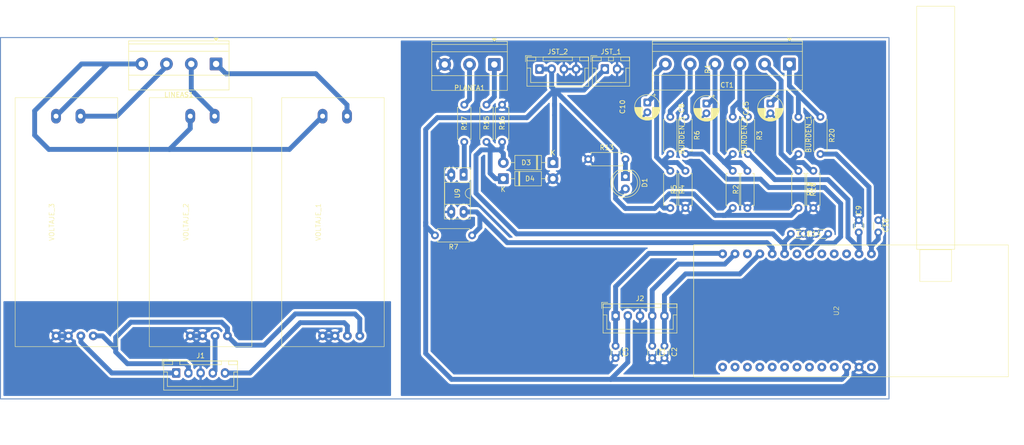
<source format=kicad_pcb>
(kicad_pcb (version 20241229) (generator "pcbnew") (generator_version "9.0")
  (layers (0 "F.Cu" signal) (2 "B.Cu" signal) (13 "F.Paste" user) (15 "B.Paste" user) (5 "F.SilkS" user "F.Silkscreen") (7 "B.SilkS" user "B.Silkscreen") (1 "F.Mask" user) (3 "B.Mask" user) (25 "Edge.Cuts" user))
  (net 0 "")
  (net 1 "CT_DOWN_1")
  (net 2 "CT_UP_1")
  (net 3 "CT_DOWN_2")
  (net 4 "CT_UP_2")
  (net 5 "CT_UP_3")
  (net 6 "CT_DOWN_3")
  (net 11 "GND")
  (net 12 "VOLTAGE1")
  (net 14 "VOLTAGE3")
  (net 17 "VOLTAGE2")
  (net 18 "CURRENT2")
  (net 23 "CURRENT3")
  (net 25 "NIVEL_BATERIA")
  (net 27 "CURRENT1")
  (net 31 "3.3V")
  (net 32 "Net-(D1-K)")
  (net 33 "LINEA3")
  (net 34 "LINEA1")
  (net 35 "NUETRO")
  (net 36 "LINEA2")
  (net 37 "PLANTA_ON_E")
  (net 38 "BATERIA")
  (net 39 "Net-(R17-Pad2)")
  (net 40 "PLANTA_ON")
  (net 41 "VOLTAGE2_PA")
  (net 42 "GND1")
  (net 43 "VOLTAGE1_PA")
  (net 44 "3.3V_PA")
  (net 45 "VOLTAGE3_PA")
  (footprint "Capacitor_THT:CP_Radial_D5.0mm_P2.00mm" (layer "F.Cu") (at 250.5 73.3 -90)
    (property "Reference" "C10" (at 0.88 5.085975 90) (layer "F.SilkS"))
    (property "Value" "10uF")
    (pad "1" thru_hole roundrect (at 0 0 270) (size 1.6 1.6) (drill 0.8) (layers "*.Cu" "*.Mask") (roundrect_rratio 0.15625) (net 6 "CT_DOWN_3"))
    (pad "2" thru_hole circle (at 2 0 270) (size 1.6 1.6) (drill 0.8) (layers "*.Cu" "*.Mask") (net 11 "GND"))
  )
  (footprint "Connector_JST:JST_XH_B5B-XH-A_1x05_P2.50mm_Vertical" (layer "F.Cu") (at 244 117)
    (property "Reference" "J2" (at 5 -3.55 0) (layer "F.SilkS"))
    (property "Value" "JST_PLACA_PRINCIPAL")
    (pad "1" thru_hole roundrect (at 0 0) (size 1.7 1.95) (drill 0.95) (layers "*.Cu" "*.Mask") (roundrect_rratio 0.147059) (net 14 "VOLTAGE3"))
    (pad "2" thru_hole oval (at 2.5 0) (size 1.7 1.95) (drill 0.95) (layers "*.Cu" "*.Mask") (net 31 "3.3V"))
    (pad "3" thru_hole oval (at 5 0) (size 1.7 1.95) (drill 0.95) (layers "*.Cu" "*.Mask") (net 11 "GND"))
    (pad "4" thru_hole oval (at 7.5 0) (size 1.7 1.95) (drill 0.95) (layers "*.Cu" "*.Mask") (net 17 "VOLTAGE2"))
    (pad "5" thru_hole oval (at 10 0) (size 1.7 1.95) (drill 0.95) (layers "*.Cu" "*.Mask") (net 12 "VOLTAGE1"))
  )
  (footprint "Capacitor_THT:C_Disc_D3.0mm_W1.6mm_P2.50mm" (layer "F.Cu") (at 293.8 97.4 -90)
    (property "Reference" "C9" (at -2.05 0 90) (layer "F.SilkS"))
    (property "Value" "100nF")
    (pad "1" thru_hole circle (at 0 0 270) (size 1.6 1.6) (drill 0.8) (layers "*.Cu" "*.Mask") (net 11 "GND"))
    (pad "2" thru_hole circle (at 2.5 0 270) (size 1.6 1.6) (drill 0.8) (layers "*.Cu" "*.Mask") (net 18 "CURRENT2"))
  )
  (footprint "Connector_JST:JST_XH_B4B-XH-A_1x04_P2.50mm_Vertical" (layer "F.Cu") (at 228.4 66.45)
    (property "Reference" "JST_2" (at 3.75 -3.55 0) (layer "F.SilkS"))
    (property "Value" "Conn_01x04")
    (pad "1" thru_hole roundrect (at 0 0) (size 1.7 1.95) (drill 0.95) (layers "*.Cu" "*.Mask") (roundrect_rratio 0.147059) (net 31 "3.3V"))
    (pad "2" thru_hole oval (at 2.5 0) (size 1.7 1.95) (drill 0.95) (layers "*.Cu" "*.Mask") (net 31 "3.3V"))
    (pad "3" thru_hole oval (at 5 0) (size 1.7 1.95) (drill 0.95) (layers "*.Cu" "*.Mask") (net 11 "GND"))
    (pad "4" thru_hole oval (at 7.5 0) (size 1.7 1.95) (drill 0.95) (layers "*.Cu" "*.Mask") (net 11 "GND"))
  )
  (footprint "Connector_JST:JST_XH_B5B-XH-A_1x05_P2.50mm_Vertical" (layer "F.Cu") (at 153.99 128.7)
    (property "Reference" "J1" (at 5 -3.55 0) (layer "F.SilkS"))
    (property "Value" "JST_PLACA_ALTERNA")
    (pad "1" thru_hole roundrect (at 0 0) (size 1.7 1.95) (drill 0.95) (layers "*.Cu" "*.Mask") (roundrect_rratio 0.147059) (net 45 "VOLTAGE3_PA"))
    (pad "2" thru_hole oval (at 2.5 0) (size 1.7 1.95) (drill 0.95) (layers "*.Cu" "*.Mask") (net 44 "3.3V_PA"))
    (pad "3" thru_hole oval (at 5 0) (size 1.7 1.95) (drill 0.95) (layers "*.Cu" "*.Mask") (net 42 "GND1"))
    (pad "4" thru_hole oval (at 7.5 0) (size 1.7 1.95) (drill 0.95) (layers "*.Cu" "*.Mask") (net 41 "VOLTAGE2_PA"))
    (pad "5" thru_hole oval (at 10 0) (size 1.7 1.95) (drill 0.95) (layers "*.Cu" "*.Mask") (net 43 "VOLTAGE1_PA"))
  )
  (footprint "ZMPT101B:ZMPT101B" (layer "F.Cu") (at 133 112.3 90)
    (property "Reference" "VOLTAJE_3" (at 14.5 -4.5 90) (layer "F.SilkS") (effects (font (thickness 0.1))))
    (property "Value" "zmpt101b")
    (pad "1" thru_hole oval (at 36.2 1.38 90) (size 3 2) (drill 1) (layers "*.Cu" "*.Mask") (net 33 "LINEA3"))
    (pad "2" thru_hole oval (at 36.2 -3.62 90) (size 3 2) (drill 1) (layers "*.Cu" "*.Mask") (net 35 "NUETRO"))
    (pad "3" thru_hole circle (at -8.8 -3.62 90) (size 1.8 1.8) (drill 0.8) (layers "*.Cu" "*.Mask") (net 42 "GND1"))
    (pad "4" thru_hole circle (at -8.8 -1.08 90) (size 1.8 1.8) (drill 0.8) (layers "*.Cu" "*.Mask") (net 42 "GND1"))
    (pad "5" thru_hole circle (at -8.8 4 90) (size 1.8 1.8) (drill 0.8) (layers "*.Cu" "*.Mask") (net 44 "3.3V_PA"))
    (pad "6" thru_hole circle (at -8.8 1.46 90) (size 1.8 1.8) (drill 0.8) (layers "*.Cu" "*.Mask") (net 45 "VOLTAGE3_PA"))
  )
  (footprint "Resistor_THT:R_Axial_DIN0207_L6.3mm_D2.5mm_P7.62mm_Horizontal" (layer "F.Cu") (at 281.445975 87.29 -90)
    (property "Reference" "R19" (at 3.7 -2.3 90) (layer "F.SilkS"))
    (property "Value" "10k")
    (pad "1" thru_hole circle (at 0 0 270) (size 1.6 1.6) (drill 0.8) (layers "*.Cu" "*.Mask") (net 1 "CT_DOWN_1"))
    (pad "2" thru_hole circle (at 7.62 0 270) (size 1.6 1.6) (drill 0.8) (layers "*.Cu" "*.Mask") (net 31 "3.3V"))
  )
  (footprint "ttgo_lora32:ttgo_lora32" (layer "F.Cu") (at 267.99 117.975 90)
    (property "Reference" "U2" (at 2 21.235 90) (layer "F.SilkS") (effects (font (thickness 0.1))))
    (property "Value" "~")
    (pad "1" thru_hole circle (at -9.525 -2.07 90) (size 1.8 1.8) (drill 0.8) (layers "*.Cu" "*.Mask"))
    (pad "2" thru_hole circle (at -9.525 0.47 90) (size 1.8 1.8) (drill 0.8) (layers "*.Cu" "*.Mask"))
    (pad "3" thru_hole circle (at -9.525 3.01 90) (size 1.8 1.8) (drill 0.8) (layers "*.Cu" "*.Mask"))
    (pad "4" thru_hole circle (at -9.525 5.55 90) (size 1.8 1.8) (drill 0.8) (layers "*.Cu" "*.Mask"))
    (pad "5" thru_hole circle (at -9.525 8.09 90) (size 1.8 1.8) (drill 0.8) (layers "*.Cu" "*.Mask"))
    (pad "6" thru_hole circle (at -9.525 10.63 90) (size 1.8 1.8) (drill 0.8) (layers "*.Cu" "*.Mask"))
    (pad "7" thru_hole circle (at -9.525 13.17 90) (size 1.8 1.8) (drill 0.8) (layers "*.Cu" "*.Mask"))
    (pad "8" thru_hole circle (at -9.525 15.71 90) (size 1.8 1.8) (drill 0.8) (layers "*.Cu" "*.Mask"))
    (pad "9" thru_hole circle (at -9.525 18.25 90) (size 1.8 1.8) (drill 0.8) (layers "*.Cu" "*.Mask"))
    (pad "10" thru_hole circle (at -9.525 20.79 90) (size 1.8 1.8) (drill 0.8) (layers "*.Cu" "*.Mask"))
    (pad "11" thru_hole circle (at -9.525 23.33 90) (size 1.8 1.8) (drill 0.8) (layers "*.Cu" "*.Mask") (net 31 "3.3V"))
    (pad "12" thru_hole circle (at -9.525 25.87 90) (size 1.8 1.8) (drill 0.8) (layers "*.Cu" "*.Mask") (net 11 "GND"))
    (pad "13" thru_hole circle (at -9.525 28.41 90) (size 1.8 1.8) (drill 0.8) (layers "*.Cu" "*.Mask"))
    (pad "14" thru_hole circle (at 13.675 -2.07 90) (size 1.8 1.8) (drill 0.8) (layers "*.Cu" "*.Mask") (net 14 "VOLTAGE3"))
    (pad "15" thru_hole circle (at 13.675 0.47 90) (size 1.8 1.8) (drill 0.8) (layers "*.Cu" "*.Mask") (net 17 "VOLTAGE2"))
    (pad "16" thru_hole circle (at 13.675 3.01 90) (size 1.8 1.8) (drill 0.8) (layers "*.Cu" "*.Mask"))
    (pad "17" thru_hole circle (at 13.675 5.55 90) (size 1.8 1.8) (drill 0.8) (layers "*.Cu" "*.Mask") (net 12 "VOLTAGE1"))
    (pad "18" thru_hole circle (at 13.675 8.09 90) (size 1.8 1.8) (drill 0.8) (layers "*.Cu" "*.Mask") (net 40 "PLANTA_ON"))
    (pad "19" thru_hole circle (at 13.675 10.63 90) (size 1.8 1.8) (drill 0.8) (layers "*.Cu" "*.Mask") (net 25 "NIVEL_BATERIA"))
    (pad "20" thru_hole circle (at 13.675 13.17 90) (size 1.8 1.8) (drill 0.8) (layers "*.Cu" "*.Mask"))
    (pad "21" thru_hole circle (at 13.675 15.71 90) (size 1.8 1.8) (drill 0.8) (layers "*.Cu" "*.Mask") (net 23 "CURRENT3"))
    (pad "22" thru_hole circle (at 13.675 18.25 90) (size 1.8 1.8) (drill 0.8) (layers "*.Cu" "*.Mask"))
    (pad "23" thru_hole circle (at 13.675 20.79 90) (size 1.8 1.8) (drill 0.8) (layers "*.Cu" "*.Mask"))
    (pad "24" thru_hole circle (at 13.675 23.33 90) (size 1.8 1.8) (drill 0.8) (layers "*.Cu" "*.Mask"))
    (pad "25" thru_hole circle (at 13.675 25.87 90) (size 1.8 1.8) (drill 0.8) (layers "*.Cu" "*.Mask") (net 18 "CURRENT2"))
    (pad "26" thru_hole circle (at 13.675 28.41 90) (size 1.8 1.8) (drill 0.8) (layers "*.Cu" "*.Mask") (net 27 "CURRENT1"))
  )
  (footprint "Package_DIP:DIP-4_W7.62mm_Socket_LongPads" (layer "F.Cu") (at 212.87 88.09 -90)
    (property "Reference" "U9" (at 3.81 1.27 90) (layer "F.SilkS"))
    (property "Value" "PC817")
    (pad "1" thru_hole roundrect (at 0 0 270) (size 2.4 1.6) (drill 0.8) (layers "*.Cu" "*.Mask") (roundrect_rratio 0.15625) (net 39 "Net-(R17-Pad2)"))
    (pad "2" thru_hole oval (at 0 2.54 270) (size 2.4 1.6) (drill 0.8) (layers "*.Cu" "*.Mask") (net 11 "GND"))
    (pad "3" thru_hole oval (at 7.62 2.54 270) (size 2.4 1.6) (drill 0.8) (layers "*.Cu" "*.Mask") (net 11 "GND"))
    (pad "4" thru_hole oval (at 7.62 0 270) (size 2.4 1.6) (drill 0.8) (layers "*.Cu" "*.Mask") (net 40 "PLANTA_ON"))
  )
  (footprint "Resistor_THT:R_Axial_DIN0207_L6.3mm_D2.5mm_P7.62mm_Horizontal" (layer "F.Cu") (at 271.1 76.2375 -90)
    (property "Reference" "R3" (at 3.81 -2.37 90) (layer "F.SilkS"))
    (property "Value" "1k")
    (pad "1" thru_hole circle (at 0 0 270) (size 1.6 1.6) (drill 0.8) (layers "*.Cu" "*.Mask") (net 4 "CT_UP_2"))
    (pad "2" thru_hole circle (at 7.62 0 270) (size 1.6 1.6) (drill 0.8) (layers "*.Cu" "*.Mask") (net 18 "CURRENT2"))
  )
  (footprint "Resistor_THT:R_Axial_DIN0207_L6.3mm_D2.5mm_P7.62mm_Horizontal" (layer "F.Cu") (at 258.3 94.91 90)
    (property "Reference" "R5" (at 3.81 -2.37 90) (layer "F.SilkS"))
    (property "Value" "10k")
    (pad "1" thru_hole circle (at 0 0 90) (size 1.6 1.6) (drill 0.8) (layers "*.Cu" "*.Mask") (net 11 "GND"))
    (pad "2" thru_hole circle (at 7.62 0 90) (size 1.6 1.6) (drill 0.8) (layers "*.Cu" "*.Mask") (net 6 "CT_DOWN_3"))
  )
  (footprint "ZMPT101B:ZMPT101B" (layer "F.Cu") (at 187.6 112.3 90)
    (property "Reference" "VOLTAJE_1" (at 14.5 -4.5 90) (layer "F.SilkS") (effects (font (thickness 0.1))))
    (property "Value" "zmpt101b")
    (pad "1" thru_hole oval (at 36.2 1.38 90) (size 3 2) (drill 1) (layers "*.Cu" "*.Mask") (net 34 "LINEA1"))
    (pad "2" thru_hole oval (at 36.2 -3.62 90) (size 3 2) (drill 1) (layers "*.Cu" "*.Mask") (net 35 "NUETRO"))
    (pad "3" thru_hole circle (at -8.8 -3.62 90) (size 1.8 1.8) (drill 0.8) (layers "*.Cu" "*.Mask") (net 42 "GND1"))
    (pad "4" thru_hole circle (at -8.8 -1.08 90) (size 1.8 1.8) (drill 0.8) (layers "*.Cu" "*.Mask") (net 42 "GND1"))
    (pad "5" thru_hole circle (at -8.8 4 90) (size 1.8 1.8) (drill 0.8) (layers "*.Cu" "*.Mask") (net 44 "3.3V_PA"))
    (pad "6" thru_hole circle (at -8.8 1.46 90) (size 1.8 1.8) (drill 0.8) (layers "*.Cu" "*.Mask") (net 43 "VOLTAGE1_PA"))
  )
  (footprint "Resistor_THT:R_Axial_DIN0207_L6.3mm_D2.5mm_P7.62mm_Horizontal" (layer "F.Cu") (at 281.445975 76.2375 -90)
    (property "Reference" "BURDEN_1" (at 3.5 -2.1 90) (layer "F.SilkS"))
    (property "Value" "20")
    (pad "1" thru_hole circle (at 0 0 270) (size 1.6 1.6) (drill 0.8) (layers "*.Cu" "*.Mask") (net 2 "CT_UP_1"))
    (pad "2" thru_hole circle (at 7.62 0 270) (size 1.6 1.6) (drill 0.8) (layers "*.Cu" "*.Mask") (net 1 "CT_DOWN_1"))
  )
  (footprint "Resistor_THT:R_Axial_DIN0207_L6.3mm_D2.5mm_P7.62mm_Horizontal" (layer "F.Cu") (at 268 87.29 -90)
    (property "Reference" "R1" (at -20.88 5.13 90) (layer "F.SilkS"))
    (property "Value" "10k")
    (pad "1" thru_hole circle (at 0 0 270) (size 1.6 1.6) (drill 0.8) (layers "*.Cu" "*.Mask") (net 3 "CT_DOWN_2"))
    (pad "2" thru_hole circle (at 7.62 0 270) (size 1.6 1.6) (drill 0.8) (layers "*.Cu" "*.Mask") (net 31 "3.3V"))
  )
  (footprint "Resistor_THT:R_Axial_DIN0207_L6.3mm_D2.5mm_P7.62mm_Horizontal" (layer "F.Cu") (at 217.55 73.75 -90)
    (property "Reference" "R15" (at 3.71 0 90) (layer "F.SilkS"))
    (property "Value" "10k")
    (pad "1" thru_hole circle (at 0 0 270) (size 1.6 1.6) (drill 0.8) (layers "*.Cu" "*.Mask") (net 38 "BATERIA"))
    (pad "2" thru_hole circle (at 7.62 0 270) (size 1.6 1.6) (drill 0.8) (layers "*.Cu" "*.Mask") (net 25 "NIVEL_BATERIA"))
  )
  (footprint "Resistor_THT:R_Axial_DIN0207_L6.3mm_D2.5mm_P7.62mm_Horizontal" (layer "F.Cu") (at 220.75 81.37 90)
    (property "Reference" "R16" (at 3.88 0 90) (layer "F.SilkS"))
    (property "Value" "3.3k")
    (pad "1" thru_hole circle (at 0 0 90) (size 1.6 1.6) (drill 0.8) (layers "*.Cu" "*.Mask") (net 25 "NIVEL_BATERIA"))
    (pad "2" thru_hole circle (at 7.62 0 90) (size 1.6 1.6) (drill 0.8) (layers "*.Cu" "*.Mask") (net 11 "GND"))
  )
  (footprint "Connector_JST:JST_XH_B2B-XH-A_1x02_P2.50mm_Vertical" (layer "F.Cu") (at 241.8 66.45)
    (property "Reference" "JST_1" (at 1.25 -3.55 0) (layer "F.SilkS"))
    (property "Value" "Conn_01x02")
    (pad "1" thru_hole roundrect (at 0 0) (size 1.7 2) (drill 1) (layers "*.Cu" "*.Mask") (roundrect_rratio 0.147059) (net 31 "3.3V"))
    (pad "2" thru_hole oval (at 2.5 0) (size 1.7 2) (drill 1) (layers "*.Cu" "*.Mask") (net 11 "GND"))
  )
  (footprint "Capacitor_THT:C_Disc_D3.0mm_W1.6mm_P2.50mm" (layer "F.Cu") (at 285.05 100.2)
    (property "Reference" "C11" (at -2.45 0 0) (layer "F.SilkS"))
    (property "Value" "100nF")
    (pad "1" thru_hole circle (at 0 0) (size 1.6 1.6) (drill 0.8) (layers "*.Cu" "*.Mask") (net 11 "GND"))
    (pad "2" thru_hole circle (at 2.5 0) (size 1.6 1.6) (drill 0.8) (layers "*.Cu" "*.Mask") (net 23 "CURRENT3"))
  )
  (footprint "Capacitor_THT:C_Disc_D3.0mm_W1.6mm_P2.50mm" (layer "F.Cu") (at 282.4 100.2 180)
    (property "Reference" "C14" (at -2.25 0 0) (layer "F.SilkS"))
    (property "Value" "100nF")
    (pad "1" thru_hole circle (at 0 0 180) (size 1.6 1.6) (drill 0.8) (layers "*.Cu" "*.Mask") (net 11 "GND"))
    (pad "2" thru_hole circle (at 2.5 0 180) (size 1.6 1.6) (drill 0.8) (layers "*.Cu" "*.Mask") (net 25 "NIVEL_BATERIA"))
  )
  (footprint "Resistor_THT:R_Axial_DIN0207_L6.3mm_D2.5mm_P7.62mm_Horizontal" (layer "F.Cu") (at 284.5 94.91 90)
    (property "Reference" "R18" (at 3.81 -0.02 90) (layer "F.SilkS"))
    (property "Value" "10k")
    (pad "1" thru_hole circle (at 0 0 90) (size 1.6 1.6) (drill 0.8) (layers "*.Cu" "*.Mask") (net 11 "GND"))
    (pad "2" thru_hole circle (at 7.62 0 90) (size 1.6 1.6) (drill 0.8) (layers "*.Cu" "*.Mask") (net 1 "CT_DOWN_1"))
  )
  (footprint "TerminalBlock_Phoenix:TerminalBlock_Phoenix_MKDS-1,5-4-5.08_1x04_P5.08mm_Horizontal" (layer "F.Cu") (at 162.16 65.4 180)
    (property "Reference" "LINEAS1" (at 7.62 -6.32 0) (layer "F.SilkS"))
    (property "Value" "Screw_Terminal_01x04")
    (pad "1" thru_hole roundrect (at 0 0 180) (size 2.6 2.6) (drill 1.3) (layers "*.Cu" "*.Mask") (roundrect_rratio 0.096154) (net 34 "LINEA1"))
    (pad "2" thru_hole circle (at 5.08 0 180) (size 2.6 2.6) (drill 1.3) (layers "*.Cu" "*.Mask") (net 36 "LINEA2"))
    (pad "3" thru_hole circle (at 10.16 0 180) (size 2.6 2.6) (drill 1.3) (layers "*.Cu" "*.Mask") (net 33 "LINEA3"))
    (pad "4" thru_hole circle (at 15.24 0 180) (size 2.6 2.6) (drill 1.3) (layers "*.Cu" "*.Mask") (net 35 "NUETRO"))
  )
  (footprint "ZMPT101B:ZMPT101B" (layer "F.Cu") (at 160.49 112.3 90)
    (property "Reference" "VOLTAJE_2" (at 14.5 -4.5 90) (layer "F.SilkS") (effects (font (thickness 0.1))))
    (property "Value" "zmpt101b")
    (pad "1" thru_hole oval (at 36.2 1.38 90) (size 3 2) (drill 1) (layers "*.Cu" "*.Mask") (net 36 "LINEA2"))
    (pad "2" thru_hole oval (at 36.2 -3.62 90) (size 3 2) (drill 1) (layers "*.Cu" "*.Mask") (net 35 "NUETRO"))
    (pad "3" thru_hole circle (at -8.8 -3.62 90) (size 1.8 1.8) (drill 0.8) (layers "*.Cu" "*.Mask") (net 42 "GND1"))
    (pad "4" thru_hole circle (at -8.8 -1.08 90) (size 1.8 1.8) (drill 0.8) (layers "*.Cu" "*.Mask") (net 42 "GND1"))
    (pad "5" thru_hole circle (at -8.8 4 90) (size 1.8 1.8) (drill 0.8) (layers "*.Cu" "*.Mask") (net 44 "3.3V_PA"))
    (pad "6" thru_hole circle (at -8.8 1.46 90) (size 1.8 1.8) (drill 0.8) (layers "*.Cu" "*.Mask") (net 41 "VOLTAGE2_PA"))
  )
  (footprint "Resistor_THT:R_Axial_DIN0207_L6.3mm_D2.5mm_P7.62mm_Horizontal" (layer "F.Cu") (at 258.3 76.2 -90)
    (property "Reference" "R6" (at 3.81 -2.37 90) (layer "F.SilkS"))
    (property "Value" "1k")
    (pad "1" thru_hole circle (at 0 0 270) (size 1.6 1.6) (drill 0.8) (layers "*.Cu" "*.Mask") (net 5 "CT_UP_3"))
    (pad "2" thru_hole circle (at 7.62 0 270) (size 1.6 1.6) (drill 0.8) (layers "*.Cu" "*.Mask") (net 23 "CURRENT3"))
  )
  (footprint "Resistor_THT:R_Axial_DIN0207_L6.3mm_D2.5mm_P7.62mm_Horizontal" (layer "F.Cu") (at 271 94.92 90)
    (property "Reference" "R2" (at 3.81 -2.37 90) (layer "F.SilkS"))
    (property "Value" "10k")
    (pad "1" thru_hole circle (at 0 0 90) (size 1.6 1.6) (drill 0.8) (layers "*.Cu" "*.Mask") (net 11 "GND"))
    (pad "2" thru_hole circle (at 7.62 0 90) (size 1.6 1.6) (drill 0.8) (layers "*.Cu" "*.Mask") (net 3 "CT_DOWN_2"))
  )
  (footprint "LED_THT:LED_D5.0mm" (layer "F.Cu") (at 246 88.46 -90)
    (property "Reference" "D1" (at 1.27 -3.96 90) (layer "F.SilkS"))
    (property "Value" "LED")
    (pad "1" thru_hole rect (at 0 0 270) (size 1.8 1.8) (drill 0.9) (layers "*.Cu" "*.Mask") (net 32 "Net-(D1-K)"))
    (pad "2" thru_hole circle (at 2.54 0 270) (size 1.8 1.8) (drill 0.9) (layers "*.Cu" "*.Mask") (net 31 "3.3V"))
  )
  (footprint "Resistor_THT:R_Axial_DIN0207_L6.3mm_D2.5mm_P7.62mm_Horizontal" (layer "F.Cu") (at 213 73.75 -90)
    (property "Reference" "R17" (at 3.81 0 90) (layer "F.SilkS"))
    (property "Value" "1.2K")
    (pad "1" thru_hole circle (at 0 0 270) (size 1.6 1.6) (drill 0.8) (layers "*.Cu" "*.Mask") (net 37 "PLANTA_ON_E"))
    (pad "2" thru_hole circle (at 7.62 0 270) (size 1.6 1.6) (drill 0.8) (layers "*.Cu" "*.Mask") (net 39 "Net-(R17-Pad2)"))
  )
  (footprint "Capacitor_THT:CP_Radial_D5.0mm_P2.00mm" (layer "F.Cu") (at 275.7 73.5 -90)
    (property "Reference" "C15" (at 0.995112 4.9739 90) (layer "F.SilkS"))
    (property "Value" "10uF")
    (pad "1" thru_hole roundrect (at 0 0 270) (size 1.6 1.6) (drill 0.8) (layers "*.Cu" "*.Mask") (roundrect_rratio 0.15625) (net 1 "CT_DOWN_1"))
    (pad "2" thru_hole circle (at 2 0 270) (size 1.6 1.6) (drill 0.8) (layers "*.Cu" "*.Mask") (net 11 "GND"))
  )
  (footprint "TerminalBlock_Phoenix:TerminalBlock_Phoenix_MKDS-1,5-6-5.08_1x06_P5.08mm_Horizontal" (layer "F.Cu") (at 279.6 65.4275 180)
    (property "Reference" "CT1" (at 12.78 -4.3 0) (layer "F.SilkS"))
    (property "Value" "Screw_Terminal_01x06")
    (pad "1" thru_hole roundrect (at 0 0 180) (size 2.6 2.6) (drill 1.3) (layers "*.Cu" "*.Mask") (roundrect_rratio 0.096154) (net 2 "CT_UP_1"))
    (pad "2" thru_hole circle (at 5.08 0 180) (size 2.6 2.6) (drill 1.3) (layers "*.Cu" "*.Mask") (net 1 "CT_DOWN_1"))
    (pad "3" thru_hole circle (at 10.16 0 180) (size 2.6 2.6) (drill 1.3) (layers "*.Cu" "*.Mask") (net 4 "CT_UP_2"))
    (pad "4" thru_hole circle (at 15.24 0 180) (size 2.6 2.6) (drill 1.3) (layers "*.Cu" "*.Mask") (net 3 "CT_DOWN_2"))
    (pad "5" thru_hole circle (at 20.32 0 180) (size 2.6 2.6) (drill 1.3) (layers "*.Cu" "*.Mask") (net 5 "CT_UP_3"))
    (pad "6" thru_hole circle (at 25.4 0 180) (size 2.6 2.6) (drill 1.3) (layers "*.Cu" "*.Mask") (net 6 "CT_DOWN_3"))
  )
  (footprint "Capacitor_THT:C_Disc_D3.0mm_W1.6mm_P2.50mm" (layer "F.Cu") (at 297.8 97.4 -90)
    (property "Reference" "C16" (at 1.05 -1.6 90) (layer "F.SilkS"))
    (property "Value" "100nF")
    (pad "1" thru_hole circle (at 0 0 270) (size 1.6 1.6) (drill 0.8) (layers "*.Cu" "*.Mask") (net 11 "GND"))
    (pad "2" thru_hole circle (at 2.5 0 270) (size 1.6 1.6) (drill 0.8) (layers "*.Cu" "*.Mask") (net 27 "CURRENT1"))
  )
  (footprint "Resistor_THT:R_Axial_DIN0207_L6.3mm_D2.5mm_P7.62mm_Horizontal" (layer "F.Cu") (at 238.39 84.9)
    (property "Reference" "R13" (at 3.81 -2.37 0) (layer "F.SilkS"))
    (property "Value" "150")
    (pad "1" thru_hole circle (at 0 0) (size 1.6 1.6) (drill 0.8) (layers "*.Cu" "*.Mask") (net 11 "GND"))
    (pad "2" thru_hole circle (at 7.62 0) (size 1.6 1.6) (drill 0.8) (layers "*.Cu" "*.Mask") (net 32 "Net-(D1-K)"))
  )
  (footprint "Capacitor_THT:C_Disc_D3.0mm_W1.6mm_P2.50mm" (layer "F.Cu") (at 254 123.15 -90)
    (property "Reference" "C2" (at 1.25 -2.05 90) (layer "F.SilkS"))
    (property "Value" "100nF")
    (pad "1" thru_hole circle (at 0 0 270) (size 1.6 1.6) (drill 0.8) (layers "*.Cu" "*.Mask") (net 12 "VOLTAGE1"))
    (pad "2" thru_hole circle (at 2.5 0 270) (size 1.6 1.6) (drill 0.8) (layers "*.Cu" "*.Mask") (net 11 "GND"))
  )
  (footprint "Resistor_THT:R_Axial_DIN0207_L6.3mm_D2.5mm_P7.62mm_Horizontal" (layer "F.Cu") (at 255.2 87.29 -90)
    (property "Reference" "R4" (at 3.81 -2.37 90) (layer "F.SilkS"))
    (property "Value" "10k")
    (pad "1" thru_hole circle (at 0 0 270) (size 1.6 1.6) (drill 0.8) (layers "*.Cu" "*.Mask") (net 6 "CT_DOWN_3"))
    (pad "2" thru_hole circle (at 7.62 0 270) (size 1.6 1.6) (drill 0.8) (layers "*.Cu" "*.Mask") (net 31 "3.3V"))
  )
  (footprint "Resistor_THT:R_Axial_DIN0207_L6.3mm_D2.5mm_P7.62mm_Horizontal" (layer "F.Cu") (at 214.61 100.5 180)
    (property "Reference" "R7" (at 3.81 -2.37 0) (layer "F.SilkS"))
    (property "Value" "10k")
    (pad "1" thru_hole circle (at 0 0 180) (size 1.6 1.6) (drill 0.8) (layers "*.Cu" "*.Mask") (net 40 "PLANTA_ON"))
    (pad "2" thru_hole circle (at 7.62 0 180) (size 1.6 1.6) (drill 0.8) (layers "*.Cu" "*.Mask") (net 31 "3.3V"))
  )
  (footprint "Capacitor_THT:C_Disc_D3.0mm_W1.6mm_P2.50mm" (layer "F.Cu") (at 244 123.15 -90)
    (property "Reference" "C5" (at 1.25 -2.05 90) (layer "F.SilkS"))
    (property "Value" "100nF")
    (pad "1" thru_hole circle (at 0 0 270) (size 1.6 1.6) (drill 0.8) (layers "*.Cu" "*.Mask") (net 14 "VOLTAGE3"))
    (pad "2" thru_hole circle (at 2.5 0 270) (size 1.6 1.6) (drill 0.8) (layers "*.Cu" "*.Mask") (net 11 "GND"))
  )
  (footprint "Resistor_THT:R_Axial_DIN0207_L6.3mm_D2.5mm_P7.62mm_Horizontal" (layer "F.Cu") (at 268 76.2375 -90)
    (property "Reference" "BURDEN_2" (at 3.81 -2.37 90) (layer "F.SilkS"))
    (property "Value" "20")
    (pad "1" thru_hole circle (at 0 0 270) (size 1.6 1.6) (drill 0.8) (layers "*.Cu" "*.Mask") (net 4 "CT_UP_2"))
    (pad "2" thru_hole circle (at 7.62 0 270) (size 1.6 1.6) (drill 0.8) (layers "*.Cu" "*.Mask") (net 3 "CT_DOWN_2"))
  )
  (footprint "Diode_THT:D_DO-41_SOD81_P10.16mm_Horizontal" (layer "F.Cu") (at 231.16 85.6 180)
    (property "Reference" "D3" (at 5.48 0 0) (layer "F.SilkS"))
    (property "Value" "1N5819")
    (fp_text user "K" (at 0 2 0) (layer "F.SilkS"))
    (pad "1" thru_hole roundrect (at 0 0 180) (size 2.2 2.2) (drill 1.1) (layers "*.Cu" "*.Mask") (roundrect_rratio 0.113636) (net 31 "3.3V"))
    (pad "2" thru_hole circle (at 10.16 0 180) (size 2.2 2.2) (drill 1.1) (layers "*.Cu" "*.Mask") (net 25 "NIVEL_BATERIA"))
  )
  (footprint "Resistor_THT:R_Axial_DIN0207_L6.3mm_D2.5mm_P7.62mm_Horizontal" (layer "F.Cu") (at 285.945975 76.2375 -90)
    (property "Reference" "R20" (at 3.81 -2.37 90) (layer "F.SilkS"))
    (property "Value" "1k")
    (pad "1" thru_hole circle (at 0 0 270) (size 1.6 1.6) (drill 0.8) (layers "*.Cu" "*.Mask") (net 2 "CT_UP_1"))
    (pad "2" thru_hole circle (at 7.62 0 270) (size 1.6 1.6) (drill 0.8) (layers "*.Cu" "*.Mask") (net 27 "CURRENT1"))
  )
  (footprint "Capacitor_THT:CP_Radial_D5.0mm_P2.00mm" (layer "F.Cu") (at 262.6 73.5 -90)
    (property "Reference" "C8" (at 0.98 5.09 90) (layer "F.SilkS"))
    (property "Value" "10uF")
    (pad "1" thru_hole roundrect (at 0 0 270) (size 1.6 1.6) (drill 0.8) (layers "*.Cu" "*.Mask") (roundrect_rratio 0.15625) (net 3 "CT_DOWN_2"))
    (pad "2" thru_hole circle (at 2 0 270) (size 1.6 1.6) (drill 0.8) (layers "*.Cu" "*.Mask") (net 11 "GND"))
  )
  (footprint "Resistor_THT:R_Axial_DIN0207_L6.3mm_D2.5mm_P7.62mm_Horizontal" (layer "F.Cu") (at 255.2 76.2375 -90)
    (property "Reference" "BURDEN_3" (at 3.81 -2.37 90) (layer "F.SilkS"))
    (property "Value" "20")
    (pad "1" thru_hole circle (at 0 0 270) (size 1.6 1.6) (drill 0.8) (layers "*.Cu" "*.Mask") (net 5 "CT_UP_3"))
    (pad "2" thru_hole circle (at 7.62 0 270) (size 1.6 1.6) (drill 0.8) (layers "*.Cu" "*.Mask") (net 6 "CT_DOWN_3"))
  )
  (footprint "TerminalBlock_Phoenix:TerminalBlock_Phoenix_MKDS-1,5-3-5.08_1x03_P5.08mm_Horizontal" (layer "F.Cu") (at 219.16 65.5 180)
    (property "Reference" "PLANTA1" (at 5.08 -4.8 0) (layer "F.SilkS"))
    (property "Value" "Screw_Terminal_01x03")
    (pad "1" thru_hole roundrect (at 0 0 180) (size 2.6 2.6) (drill 1.3) (layers "*.Cu" "*.Mask") (roundrect_rratio 0.096154) (net 38 "BATERIA"))
    (pad "2" thru_hole circle (at 5.08 0 180) (size 2.6 2.6) (drill 1.3) (layers "*.Cu" "*.Mask") (net 37 "PLANTA_ON_E"))
    (pad "3" thru_hole circle (at 10.16 0 180) (size 2.6 2.6) (drill 1.3) (layers "*.Cu" "*.Mask") (net 11 "GND"))
  )
  (footprint "Capacitor_THT:C_Disc_D3.0mm_W1.6mm_P2.50mm" (layer "F.Cu") (at 251.5 123.15 -90)
    (property "Reference" "C1" (at 1.25 -2.05 90) (layer "F.SilkS"))
    (property "Value" "100nF")
    (pad "1" thru_hole circle (at 0 0 270) (size 1.6 1.6) (drill 0.8) (layers "*.Cu" "*.Mask") (net 17 "VOLTAGE2"))
    (pad "2" thru_hole circle (at 2.5 0 270) (size 1.6 1.6) (drill 0.8) (layers "*.Cu" "*.Mask") (net 11 "GND"))
  )
  (footprint "Diode_THT:D_DO-41_SOD81_P10.16mm_Horizontal" (layer "F.Cu") (at 221 88.9)
    (property "Reference" "D4" (at 5.45 0 0) (layer "F.SilkS"))
    (property "Value" "1N5819")
    (fp_text user "K" (at -0.05 2.2 0) (layer "F.SilkS"))
    (pad "1" thru_hole roundrect (at 0 0) (size 2.2 2.2) (drill 1.1) (layers "*.Cu" "*.Mask") (roundrect_rratio 0.113636) (net 25 "NIVEL_BATERIA"))
    (pad "2" thru_hole circle (at 10.16 0) (size 2.2 2.2) (drill 1.1) (layers "*.Cu" "*.Mask") (net 11 "GND"))
  )
  (gr_rect (start 118 60) (end 300 134) (stroke (width 0.2)) (fill no) (layer "B.Cu"))
  (gr_rect (start 118 60) (end 300 134) (stroke (width 0.05)) (fill no) (layer "Edge.Cuts"))
  (segment (start 277.9 70.7) (end 277.9 83.8) (width 1) (layer "B.Cu") (net 1))
  (segment (start 277.9 68.8075) (end 277.9 70.7) (width 1) (layer "B.Cu") (net 1))
  (segment (start 275.7 73.5) (end 277.9 71.3) (width 1) (layer "B.Cu") (net 1))
  (segment (start 277.9 83.8) (end 277.955975 83.8) (width 1) (layer "B.Cu") (net 1))
  (segment (start 279.75945 85.544025) (end 281.445975 83.8575) (width 1) (layer "B.Cu") (net 1))
  (segment (start 279.7 85.544025) (end 279.75945 85.544025) (width 1) (layer "B.Cu") (net 1))
  (segment (start 281.445975 87.29) (end 279.7 85.544025) (width 1) (layer "B.Cu") (net 1))
  (segment (start 277.9 83.8) (end 279.3 85.2) (width 1) (layer "B.Cu") (net 1))
  (segment (start 284.09 87.29) (end 282.4 85.6) (width 1) (layer "B.Cu") (net 1))
  (segment (start 279.3 85.2) (end 279.7 85.2) (width 1) (layer "B.Cu") (net 1))
  (segment (start 279.7 85.544025) (end 279.7 85.2) (width 1) (layer "B.Cu") (net 1))
  (segment (start 282.4 85.6) (end 279.815425 85.6) (width 1) (layer "B.Cu") (net 1))
  (segment (start 279.815425 85.6) (end 279.75945 85.544025) (width 1) (layer "B.Cu") (net 1))
  (segment (start 277.9 71.3) (end 277.9 70.7) (width 1) (layer "B.Cu") (net 1))
  (segment (start 277.955975 83.8) (end 281.445975 87.29) (width 1) (layer "B.Cu") (net 1))
  (segment (start 274.52 65.4275) (end 277.9 68.8075) (width 1) (layer "B.Cu") (net 1))
  (segment (start 281.445975 76.2375) (end 281.445975 71.737501) (width 1) (layer "B.Cu") (net 2))
  (segment (start 279.854237 70.145763) (end 285.945975 76.2375) (width 1) (layer "B.Cu") (net 2))
  (segment (start 281.445975 71.737501) (end 279.854237 70.145763) (width 1) (layer "B.Cu") (net 2))
  (segment (start 279.6 69.891525) (end 279.854237 70.145763) (width 1) (layer "B.Cu") (net 2))
  (segment (start 279.6 65.4275) (end 279.6 69.891525) (width 1) (layer "B.Cu") (net 2))
  (segment (start 264.36 72.2) (end 264.36 83.66) (width 1) (layer "B.Cu") (net 3))
  (segment (start 269.6 85.6) (end 271 87) (width 1) (layer "B.Cu") (net 3))
  (segment (start 266.3 85.5575) (end 266.3 85.6) (width 1) (layer "B.Cu") (net 3))
  (segment (start 268 87.29) (end 266.31 85.6) (width 1) (layer "B.Cu") (net 3))
  (segment (start 263.06 73.5) (end 264.36 72.2) (width 1) (layer "B.Cu") (net 3))
  (segment (start 262.6 73.5) (end 263.06 73.5) (width 1) (layer "B.Cu") (net 3))
  (segment (start 271 87) (end 271 87.3) (width 1) (layer "B.Cu") (net 3))
  (segment (start 266.3 85.6) (end 269.6 85.6) (width 1) (layer "B.Cu") (net 3))
  (segment (start 264.36 65.4275) (end 264.36 72.2) (width 1) (layer "B.Cu") (net 3))
  (segment (start 264.36 83.66) (end 266.3 85.6) (width 1) (layer "B.Cu") (net 3))
  (segment (start 268 83.8575) (end 266.3 85.5575) (width 1) (layer "B.Cu") (net 3))
  (segment (start 266.31 85.6) (end 266.3 85.6) (width 1) (layer "B.Cu") (net 3))
  (segment (start 269.44 74.5775) (end 269.44 72.96) (width 1) (layer "B.Cu") (net 4))
  (segment (start 268 74.4) (end 268 76.2375) (width 1) (layer "B.Cu") (net 4))
  (segment (start 269.44 65.4275) (end 269.44 72.96) (width 1) (layer "B.Cu") (net 4))
  (segment (start 269.44 72.96) (end 268 74.4) (width 1) (layer "B.Cu") (net 4))
  (segment (start 271.1 76.2375) (end 269.44 74.5775) (width 1) (layer "B.Cu") (net 4))
  (segment (start 259.28 70.92) (end 258.3 71.9) (width 1) (layer "B.Cu") (net 5))
  (segment (start 255.2 76.2375) (end 255.2 75) (width 1) (layer "B.Cu") (net 5))
  (segment (start 259.28 70.92) (end 259.28 68.3) (width 1) (layer "B.Cu") (net 5))
  (segment (start 259.28 65.4275) (end 259.28 68.3) (width 1) (layer "B.Cu") (net 5))
  (segment (start 255.2 75) (end 259.28 70.92) (width 1) (layer "B.Cu") (net 5))
  (segment (start 258.3 71.9) (end 258.3 76.2) (width 1) (layer "B.Cu") (net 5))
  (segment (start 255.2 83.8575) (end 253.955 85.1025) (width 1) (layer "B.Cu") (net 6))
  (segment (start 252.4 71.4) (end 252.4 69.2) (width 1) (layer "B.Cu") (net 6))
  (segment (start 250.5 73.3) (end 252.4 71.4) (width 1) (layer "B.Cu") (net 6))
  (segment (start 255.2 87.29) (end 253.955 86.045) (width 1) (layer "B.Cu") (net 6))
  (segment (start 254.2 65.4275) (end 252.4 67.2275) (width 1) (layer "B.Cu") (net 6))
  (segment (start 253.955 85.1025) (end 253.955 86.045) (width 1) (layer "B.Cu") (net 6))
  (segment (start 256.61 85.6) (end 258.3 87.29) (width 1) (layer "B.Cu") (net 6))
  (segment (start 252.4 67.2275) (end 252.4 69.2) (width 1) (layer "B.Cu") (net 6))
  (segment (start 254.4 85.6) (end 256 85.6) (width 1) (layer "B.Cu") (net 6))
  (segment (start 252.4 69.2) (end 252.4 84.49) (width 1) (layer "B.Cu") (net 6))
  (segment (start 255.2 83.8575) (end 255.3 83.9575) (width 1) (layer "B.Cu") (net 6))
  (segment (start 256 85.6) (end 256.61 85.6) (width 1) (layer "B.Cu") (net 6))
  (segment (start 252.4 84.49) (end 253.955 86.045) (width 1) (layer "B.Cu") (net 6))
  (segment (start 269.44 108.4) (end 258.35 108.4) (width 1) (layer "B.Cu") (net 12))
  (segment (start 258.35 108.4) (end 254 112.75) (width 1) (layer "B.Cu") (net 12))
  (segment (start 254 117) (end 254 123.15) (width 1) (layer "B.Cu") (net 12))
  (segment (start 273.54 104.3) (end 269.44 108.4) (width 1) (layer "B.Cu") (net 12))
  (segment (start 254 112.75) (end 254 117) (width 1) (layer "B.Cu") (net 12))
  (segment (start 265.82 104.2) (end 250.8 104.2) (width 1) (layer "B.Cu") (net 14))
  (segment (start 250.8 104.2) (end 244 111) (width 1) (layer "B.Cu") (net 14))
  (segment (start 244 117) (end 244 123.15) (width 1) (layer "B.Cu") (net 14))
  (segment (start 244 111) (end 244 117) (width 1) (layer "B.Cu") (net 14))
  (segment (start 265.92 104.3) (end 265.82 104.2) (width 1) (layer "B.Cu") (net 14))
  (segment (start 244 117) (end 243.9 117.1) (width 1) (layer "B.Cu") (net 14))
  (segment (start 265.92 104.3) (end 265.87 104.25) (width 1) (layer "B.Cu") (net 14))
  (segment (start 268.46 104.3) (end 266.36 106.4) (width 1) (layer "B.Cu") (net 17))
  (segment (start 256.8 106.4) (end 251.5 111.7) (width 1) (layer "B.Cu") (net 17))
  (segment (start 251.5 111.7) (end 251.5 117) (width 1) (layer "B.Cu") (net 17))
  (segment (start 266.36 106.4) (end 256.8 106.4) (width 1) (layer "B.Cu") (net 17))
  (segment (start 251.5 117) (end 251.5 123.15) (width 1) (layer "B.Cu") (net 17))
  (segment (start 293.9 100) (end 293.8 99.9) (width 1) (layer "B.Cu") (net 18))
  (segment (start 271.3575 83.8575) (end 271.1 83.8575) (width 1) (layer "B.Cu") (net 18))
  (segment (start 291.6 93.2) (end 287.5 89.1) (width 1) (layer "B.Cu") (net 18))
  (segment (start 293.9 103.2) (end 291.6 100.9) (width 1) (layer "B.Cu") (net 18))
  (segment (start 293.86 104.3) (end 293.9 104.26) (width 1) (layer "B.Cu") (net 18))
  (segment (start 293.9 103.2) (end 293.9 100) (width 1) (layer "B.Cu") (net 18))
  (segment (start 287.5 89.1) (end 276.6 89.1) (width 1) (layer "B.Cu") (net 18))
  (segment (start 276.6 89.1) (end 271.3575 83.8575) (width 1) (layer "B.Cu") (net 18))
  (segment (start 291.6 100.9) (end 291.6 93.2) (width 1) (layer "B.Cu") (net 18))
  (segment (start 293.9 104.26) (end 293.9 103.2) (width 1) (layer "B.Cu") (net 18))
  (segment (start 266.8 89) (end 273.7 89) (width 1) (layer "B.Cu") (net 23))
  (segment (start 287.5 100.25) (end 283.7 104.05) (width 1) (layer "B.Cu") (net 23))
  (segment (start 283.7 104.05) (end 283.7 104.3) (width 1) (layer "B.Cu") (net 23))
  (segment (start 275.4 90.7) (end 286.8 90.7) (width 1) (layer "B.Cu") (net 23))
  (segment (start 273.7 89) (end 275.4 90.7) (width 1) (layer "B.Cu") (net 23))
  (segment (start 288.8 102.1) (end 287.6 102.1) (width 1) (layer "B.Cu") (net 23))
  (segment (start 290.1 94) (end 290.1 100.8) (width 1) (layer "B.Cu") (net 23))
  (segment (start 261.6575 83.8575) (end 266.8 89) (width 1) (layer "B.Cu") (net 23))
  (segment (start 259.675833 83.82) (end 258.3 83.82) (width 1) (layer "B.Cu") (net 23))
  (segment (start 286.8 90.7) (end 290.1 94) (width 1) (layer "B.Cu") (net 23))
  (segment (start 259.9575 83.8575) (end 261.6575 83.8575) (width 1) (layer "B.Cu") (net 23))
  (segment (start 283.7 103.9) (end 283.7 104.3) (width 1) (layer "B.Cu") (net 23))
  (segment (start 290.1 100.8) (end 288.8 102.1) (width 1) (layer "B.Cu") (net 23))
  (segment (start 287.6 102.1) (end 285.9 102.1) (width 1) (layer "B.Cu") (net 23))
  (segment (start 215.4 84.1) (end 215.4 91.9) (width 1) (layer "B.Cu") (net 25))
  (segment (start 219 82.82) (end 217.55 81.37) (width 1) (layer "B.Cu") (net 25))
  (segment (start 278.62 102.62) (end 278.62 104.3) (width 1) (layer "B.Cu") (net 25))
  (segment (start 219.4 88.9) (end 218.3 87.8) (width 1) (layer "B.Cu") (net 25))
  (segment (start 278.62 101.78) (end 278.62 102.62) (width 1) (layer "B.Cu") (net 25))
  (segment (start 221 83.7) (end 220.3 83) (width 1) (layer "B.Cu") (net 25))
  (segment (start 218.3 87.8) (end 218.3 83) (width 1) (layer "B.Cu") (net 25))
  (segment (start 220.3 83) (end 219 83) (width 1) (layer "B.Cu") (net 25))
  (segment (start 219 83) (end 219 82.82) (width 1) (layer "B.Cu") (net 25))
  (segment (start 276.2 100.2) (end 278.62 102.62) (width 1) (layer "B.Cu") (net 25))
  (segment (start 218.3 83) (end 216.5 83) (width 1) (layer "B.Cu") (net 25))
  (segment (start 223.7 100.2) (end 276.2 100.2) (width 1) (layer "B.Cu") (net 25))
  (segment (start 221 85.6) (end 221 84) (width 1) (layer "B.Cu") (net 25))
  (segment (start 279.9 100.5) (end 278.62 101.78) (width 1) (layer "B.Cu") (net 25))
  (segment (start 220.75 81.37) (end 220.75 82.55) (width 1) (layer "B.Cu") (net 25))
  (segment (start 216.5 83) (end 215.4 84.1) (width 1) (layer "B.Cu") (net 25))
  (segment (start 215.4 91.9) (end 223.7 100.2) (width 1) (layer "B.Cu") (net 25))
  (segment (start 221 88.9) (end 219.4 88.9) (width 1) (layer "B.Cu") (net 25))
  (segment (start 219 83) (end 218.3 83) (width 1) (layer "B.Cu") (net 25))
  (segment (start 220.75 82.55) (end 220.3 83) (width 1) (layer "B.Cu") (net 25))
  (segment (start 221 85.6) (end 221 83.7) (width 1) (layer "B.Cu") (net 25))
  (segment (start 296.4 102.7) (end 296.4 104.3) (width 1) (layer "B.Cu") (net 27))
  (segment (start 289.1575 83.8575) (end 295.9 90.6) (width 1) (layer "B.Cu") (net 27))
  (segment (start 297.8 99.9) (end 297.8 101.3) (width 1) (layer "B.Cu") (net 27))
  (segment (start 297.8 101.3) (end 296.4 102.7) (width 1) (layer "B.Cu") (net 27))
  (segment (start 295.9 102.2) (end 296.4 102.7) (width 1) (layer "B.Cu") (net 27))
  (segment (start 295.9 90.6) (end 295.9 102.2) (width 1) (layer "B.Cu") (net 27))
  (segment (start 285.945975 83.8575) (end 289.1575 83.8575) (width 1) (layer "B.Cu") (net 27))
  (segment (start 205.1 78.8) (end 205.1 97.8) (width 1) (layer "B.Cu") (net 31))
  (segment (start 260 92) (end 255 92) (width 1) (layer "B.Cu") (net 31))
  (segment (start 205.1 97.8) (end 205.1 124.7) (width 1) (layer "B.Cu") (net 31))
  (segment (start 246.5 126.5) (end 243 130) (width 1) (layer "B.Cu") (net 31))
  (segment (start 268 94.91) (end 266.499 96.411) (width 1) (layer "B.Cu") (net 31))
  (segment (start 244 93) (end 244 92) (width 1) (layer "B.Cu") (net 31))
  (segment (start 253 94) (end 252 95) (width 1) (layer "B.Cu") (net 31))
  (segment (start 253.91 94.91) (end 253 94) (width 1) (layer "B.Cu") (net 31))
  (segment (start 246.5 117) (end 246.5 126.5) (width 1) (layer "B.Cu") (net 31))
  (segment (start 231.75 71) (end 231.5 71) (width 1) (layer "B.Cu") (net 31))
  (segment (start 246 95) (end 244 93) (width 1) (layer "B.Cu") (net 31))
  (segment (start 241.75 66.5) (end 241.8 66.5) (width 1) (layer "B.Cu") (net 31))
  (segment (start 231.5 70.75) (end 237.5 70.75) (width 1) (layer "B.Cu") (net 31))
  (segment (start 230.9 66.45) (end 228.4 66.45) (width 1) (layer "B.Cu") (net 31))
  (segment (start 205.1 98.61) (end 205.1 97.8) (width 1) (layer "B.Cu") (net 31))
  (segment (start 252 95) (end 246 95) (width 1) (layer "B.Cu") (net 31))
  (segment (start 231.5 73.6) (end 231.5 74) (width 1) (layer "B.Cu") (net 31))
  (segment (start 205.1 98.61) (end 206.99 100.5) (width 1) (layer "B.Cu") (net 31))
  (segment (start 231.5 70.75) (end 230.9 70.15) (width 1) (layer "B.Cu") (net 31))
  (segment (start 266.499 96.411) (end 266 96.411) (width 1) (layer "B.Cu") (net 31))
  (segment (start 264.411 96.411) (end 260 92) (width 1) (layer "B.Cu") (net 31))
  (segment (start 255 92) (end 253 94) (width 1) (layer "B.Cu") (net 31))
  (segment (start 290.32 130) (end 243 130) (width 1) (layer "B.Cu") (net 31))
  (segment (start 229.1 73.15) (end 231.5 70.75) (width 1) (layer "B.Cu") (net 31))
  (segment (start 281.445975 94.91) (end 279.944975 96.411) (width 1) (layer "B.Cu") (net 31))
  (segment (start 231.5 75.9) (end 231.5 85.26) (width 1) (layer "B.Cu") (net 31))
  (segment (start 245 92) (end 244 92) (width 1) (layer "B.Cu") (net 31))
  (segment (start 210.4 130) (end 243 130) (width 1) (layer "B.Cu") (net 31))
  (segment (start 291.32 127.5) (end 291.32 129) (width 1) (layer "B.Cu") (net 31))
  (segment (start 207.5 76.4) (end 205.1 78.8) (width 1) (layer "B.Cu") (net 31))
  (segment (start 230.9 70.15) (end 230.9 66.45) (width 1) (layer "B.Cu") (net 31))
  (segment (start 231.75 71) (end 244 83.25) (width 1) (layer "B.Cu") (net 31))
  (segment (start 279.944975 96.411) (end 266 96.411) (width 1) (layer "B.Cu") (net 31))
  (segment (start 229.1 73.15) (end 229.05 73.15) (width 1) (layer "B.Cu") (net 31))
  (segment (start 231.5 71) (end 231.2 71) (width 1) (layer "B.Cu") (net 31))
  (segment (start 237.5 70.75) (end 241.75 66.5) (width 1) (layer "B.Cu") (net 31))
  (segment (start 231.5 73.6) (end 231.5 75.9) (width 1) (layer "B.Cu") (net 31))
  (segment (start 229.05 73.15) (end 225.8 76.4) (width 1) (layer "B.Cu") (net 31))
  (segment (start 255.2 94.91) (end 253.91 94.91) (width 1) (layer "B.Cu") (net 31))
  (segment (start 205.1 124.7) (end 210.4 130) (width 1) (layer "B.Cu") (net 31))
  (segment (start 231.5 71) (end 231.5 73.6) (width 1) (layer "B.Cu") (net 31))
  (segment (start 291.32 129) (end 290.32 130) (width 1) (layer "B.Cu") (net 31))
  (segment (start 244 83.25) (end 244 92) (width 1) (layer "B.Cu") (net 31))
  (segment (start 225.8 76.4) (end 207.5 76.4) (width 1) (layer "B.Cu") (net 31))
  (segment (start 231.5 85.26) (end 231.16 85.6) (width 1) (layer "B.Cu") (net 31))
  (segment (start 246 91) (end 245 92) (width 1) (layer "B.Cu") (net 31))
  (segment (start 231.5 70.75) (end 231.75 71) (width 1) (layer "B.Cu") (net 31))
  (segment (start 231.2 71) (end 225.8 76.4) (width 1) (layer "B.Cu") (net 31))
  (segment (start 266 96.411) (end 264.411 96.411) (width 1) (layer "B.Cu") (net 31))
  (segment (start 246.01 84.9) (end 246.01 88.45) (width 1) (layer "B.Cu") (net 32))
  (segment (start 246.01 88.45) (end 246 88.46) (width 1) (layer "B.Cu") (net 32))
  (segment (start 152 65.9) (end 141.8 76.1) (width 1) (layer "B.Cu") (net 33))
  (segment (start 152 65.4) (end 152 65.9) (width 1) (layer "B.Cu") (net 33))
  (segment (start 141.8 76.1) (end 134.38 76.1) (width 1) (layer "B.Cu") (net 33))
  (segment (start 188.98 73.78) (end 182.6 67.4) (width 1) (layer "B.Cu") (net 34))
  (segment (start 164.16 67.4) (end 162.16 65.4) (width 1) (layer "B.Cu") (net 34))
  (segment (start 182.6 67.4) (end 164.16 67.4) (width 1) (layer "B.Cu") (net 34))
  (segment (start 188.98 76.1) (end 188.98 73.78) (width 1) (layer "B.Cu") (net 34))
  (segment (start 152.6 82.9) (end 177.18 82.9) (width 1) (layer "B.Cu") (net 35))
  (segment (start 125 80) (end 127.9 82.9) (width 1) (layer "B.Cu") (net 35))
  (segment (start 125 75) (end 125 80) (width 1) (layer "B.Cu") (net 35))
  (segment (start 177.18 82.9) (end 183.98 76.1) (width 1) (layer "B.Cu") (net 35))
  (segment (start 140.08 65.4) (end 134.6 65.4) (width 1) (layer "B.Cu") (net 35))
  (segment (start 134.6 65.4) (end 125 75) (width 1) (layer "B.Cu") (net 35))
  (segment (start 140.08 65.4) (end 129.38 76.1) (width 1) (layer "B.Cu") (net 35))
  (segment (start 152.6 82.9) (end 156.87 78.63) (width 1) (layer "B.Cu") (net 35))
  (segment (start 156.87 78.63) (end 156.87 76.1) (width 1) (layer "B.Cu") (net 35))
  (segment (start 146.92 65.4) (end 140.08 65.4) (width 1) (layer "B.Cu") (net 35))
  (segment (start 127.9 82.9) (end 152.6 82.9) (width 1) (layer "B.Cu") (net 35))
  (segment (start 157.08 70.68) (end 157.08 65.4) (width 1) (layer "B.Cu") (net 36))
  (segment (start 161.9 75.5) (end 157.08 70.68) (width 1) (layer "B.Cu") (net 36))
  (segment (start 161.9 76.07) (end 161.9 75.5) (width 1) (layer "B.Cu") (net 36))
  (segment (start 161.87 76.1) (end 161.9 76.07) (width 1) (layer "B.Cu") (net 36))
  (segment (start 214.08 72.67) (end 213 73.75) (width 1) (layer "B.Cu") (net 37))
  (segment (start 214.08 65.5) (end 214.08 72.67) (width 1) (layer "B.Cu") (net 37))
  (segment (start 219.16 72.14) (end 217.55 73.75) (width 1) (layer "B.Cu") (net 38))
  (segment (start 219.16 65.5) (end 219.16 72.14) (width 1) (layer "B.Cu") (net 38))
  (segment (start 213 87.96) (end 212.87 88.09) (width 1) (layer "B.Cu") (net 39))
  (segment (start 213 81.37) (end 213 87.96) (width 1) (layer "B.Cu") (net 39))
  (segment (start 216.2 96.4) (end 215.51 95.71) (width 1) (layer "B.Cu") (net 40))
  (segment (start 276.08 104.3) (end 276.08 103.08) (width 1) (layer "B.Cu") (net 40))
  (segment (start 218.4 98.6) (end 215.51 95.71) (width 1) (layer "B.Cu") (net 40))
  (segment (start 276.08 103.08) (end 275 102) (width 1) (layer "B.Cu") (net 40))
  (segment (start 216.2 98.91) (end 216.2 96.4) (width 1) (layer "B.Cu") (net 40))
  (segment (start 215.51 95.71) (end 212.87 95.71) (width 1) (layer "B.Cu") (net 40))
  (segment (start 214.61 100.5) (end 216.2 98.91) (width 1) (layer "B.Cu") (net 40))
  (segment (start 275 102) (end 221.8 102) (width 1) (layer "B.Cu") (net 40))
  (segment (start 221.8 102) (end 218.4 98.6) (width 1) (layer "B.Cu") (net 40))
  (segment (start 161.95 121.1) (end 161.95 128.24) (width 1) (layer "B.Cu") (net 41))
  (segment (start 161.95 128.24) (end 161.49 128.7) (width 1) (layer "B.Cu") (net 41))
  (segment (start 156.87 121.1) (end 159.41 121.1) (width 1) (layer "B.Cu") (net 42))
  (segment (start 129.38 121.1) (end 131.92 121.1) (width 1) (layer "B.Cu") (net 42))
  (segment (start 183.98 121.1) (end 186.52 121.1) (width 1) (layer "B.Cu") (net 42))
  (segment (start 169.1 128.7) (end 163.99 128.7) (width 1) (layer "B.Cu") (net 43))
  (segment (start 189.06 119.06) (end 188.4 118.4) (width 1) (layer "B.Cu") (net 43))
  (segment (start 189.06 121.1) (end 189.06 119.06) (width 1) (layer "B.Cu") (net 43))
  (segment (start 179.4 118.4) (end 169.1 128.7) (width 1) (layer "B.Cu") (net 43))
  (segment (start 188.4 118.4) (end 179.4 118.4) (width 1) (layer "B.Cu") (net 43))
  (segment (start 141.6 123.8) (end 141.6 124.4) (width 1) (layer "B.Cu") (net 44))
  (segment (start 190.6 116.6) (end 178.4 116.6) (width 1) (layer "B.Cu") (net 44))
  (segment (start 172 123) (end 166.39 123) (width 1) (layer "B.Cu") (net 44))
  (segment (start 164.49 119.49) (end 163.298001 118.298001) (width 1) (layer "B.Cu") (net 44))
  (segment (start 155.902 126.8) (end 156.49 127.388) (width 1) (layer "B.Cu") (net 44))
  (segment (start 164.49 121.1) (end 164.49 119.49) (width 1) (layer "B.Cu") (net 44))
  (segment (start 156.49 127.388) (end 156.49 128.7) (width 1) (layer "B.Cu") (net 44))
  (segment (start 178.4 116.6) (end 172 123) (width 1) (layer "B.Cu") (net 44))
  (segment (start 163.298001 118.298001) (end 144.701999 118.298001) (width 1) (layer "B.Cu") (net 44))
  (segment (start 141.6 124.4) (end 144 126.8) (width 1) (layer "B.Cu") (net 44))
  (segment (start 144.701999 118.298001) (end 141.6 121.4) (width 1) (layer "B.Cu") (net 44))
  (segment (start 166.39 123) (end 164.49 121.1) (width 1) (layer "B.Cu") (net 44))
  (segment (start 144 126.8) (end 155.902 126.8) (width 1) (layer "B.Cu") (net 44))
  (segment (start 138.9 121.1) (end 141.6 123.8) (width 1) (layer "B.Cu") (net 44))
  (segment (start 191.6 121.1) (end 191.6 117.6) (width 1) (layer "B.Cu") (net 44))
  (segment (start 141.6 121.4) (end 141.6 123.8) (width 1) (layer "B.Cu") (net 44))
  (segment (start 191.6 117.6) (end 190.6 116.6) (width 1) (layer "B.Cu") (net 44))
  (segment (start 137 121.1) (end 138.9 121.1) (width 1) (layer "B.Cu") (net 44))
  (segment (start 134.46 122.36) (end 140.8 128.7) (width 1) (layer "B.Cu") (net 45))
  (segment (start 134.46 121.1) (end 134.46 122.36) (width 1) (layer "B.Cu") (net 45))
  (segment (start 140.8 128.7) (end 153.99 128.7) (width 1) (layer "B.Cu") (net 45))
  (zone (net 11) (net_name "GND") (layer "B.Cu") (connect_pads (clearance 0.5)) (min_thickness 0.25) (fill yes (thermal_gap 0.5) (thermal_bridge_width 0.5))
    (polygon (pts (xy 200 56) (xy 200 141) (xy 327.677874 143.41459) (xy 324.8 52.3)))
  )
  (zone (net 42) (net_name "GND1") (layer "B.Cu") (priority 1) (connect_pads (clearance 0.5)) (min_thickness 0.25) (fill yes (thermal_gap 0.5) (thermal_bridge_width 0.5))
    (polygon (pts (xy 118 114) (xy 198 114) (xy 198 135) (xy 118 136)))
  )
)
</source>
